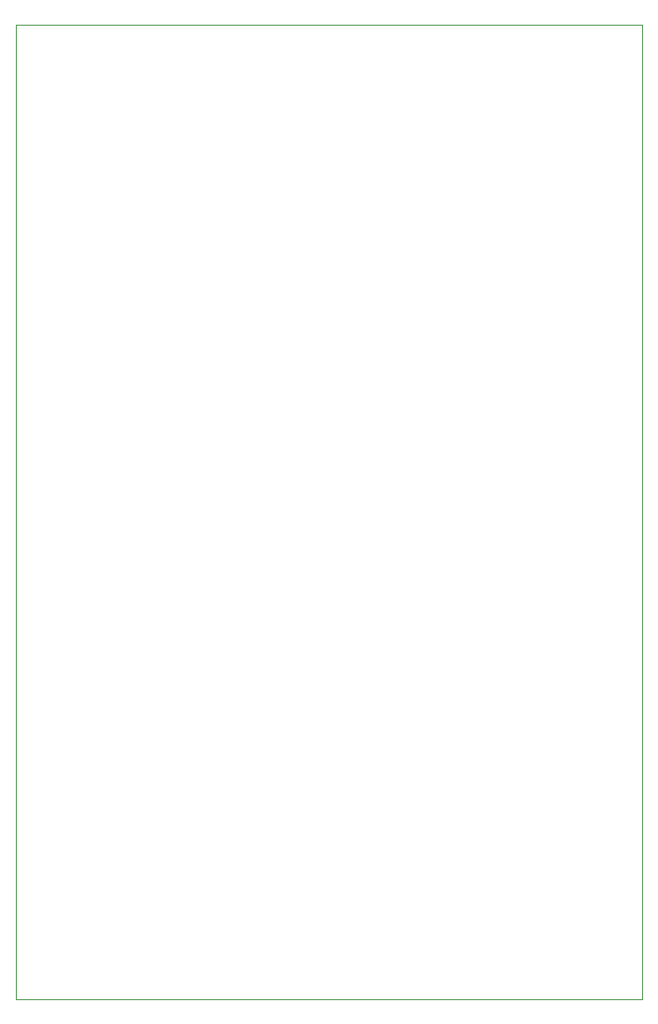
<source format=gbr>
%TF.GenerationSoftware,Altium Limited,Altium Designer,22.9.1 (49)*%
G04 Layer_Color=0*
%FSLAX26Y26*%
%MOIN*%
%TF.SameCoordinates,9A4C5482-B669-49D6-A5E7-2A43E7F29E9E*%
%TF.FilePolarity,Positive*%
%TF.FileFunction,Profile,NP*%
%TF.Part,Single*%
G01*
G75*
%TA.AperFunction,Profile*%
%ADD42C,0.001000*%
D42*
X1000000Y1325000D02*
X3365000D01*
Y5000000D01*
X1000000D01*
Y1325000D01*
%TF.MD5,7218b9e4ea4893e28dca07f1dd239928*%
M02*

</source>
